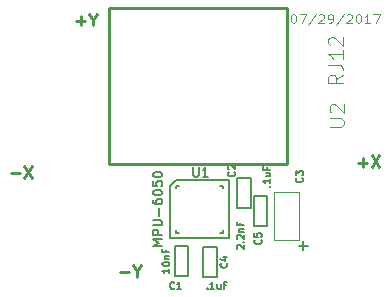
<source format=gto>
G04 #@! TF.FileFunction,Legend,Top*
%FSLAX46Y46*%
G04 Gerber Fmt 4.6, Leading zero omitted, Abs format (unit mm)*
G04 Created by KiCad (PCBNEW 4.0.6-e0-6349~53~ubuntu16.04.1) date Sat Jul 29 16:19:03 2017*
%MOMM*%
%LPD*%
G01*
G04 APERTURE LIST*
%ADD10C,0.150000*%
%ADD11C,0.125000*%
%ADD12C,0.250000*%
%ADD13C,0.254000*%
%ADD14C,0.149860*%
%ADD15C,0.200660*%
%ADD16C,0.127000*%
%ADD17C,0.099060*%
%ADD18C,0.200000*%
G04 APERTURE END LIST*
D10*
D11*
X159957142Y-92516667D02*
X160033333Y-92516667D01*
X160109523Y-92550000D01*
X160147618Y-92583333D01*
X160185714Y-92650000D01*
X160223809Y-92783333D01*
X160223809Y-92950000D01*
X160185714Y-93083333D01*
X160147618Y-93150000D01*
X160109523Y-93183333D01*
X160033333Y-93216667D01*
X159957142Y-93216667D01*
X159880952Y-93183333D01*
X159842856Y-93150000D01*
X159804761Y-93083333D01*
X159766666Y-92950000D01*
X159766666Y-92783333D01*
X159804761Y-92650000D01*
X159842856Y-92583333D01*
X159880952Y-92550000D01*
X159957142Y-92516667D01*
X160490476Y-92516667D02*
X161023809Y-92516667D01*
X160680952Y-93216667D01*
X161900000Y-92483333D02*
X161214285Y-93383333D01*
X162128571Y-92583333D02*
X162166666Y-92550000D01*
X162242857Y-92516667D01*
X162433333Y-92516667D01*
X162509523Y-92550000D01*
X162547619Y-92583333D01*
X162585714Y-92650000D01*
X162585714Y-92716667D01*
X162547619Y-92816667D01*
X162090476Y-93216667D01*
X162585714Y-93216667D01*
X162966666Y-93216667D02*
X163119047Y-93216667D01*
X163195238Y-93183333D01*
X163233333Y-93150000D01*
X163309524Y-93050000D01*
X163347619Y-92916667D01*
X163347619Y-92650000D01*
X163309524Y-92583333D01*
X163271428Y-92550000D01*
X163195238Y-92516667D01*
X163042857Y-92516667D01*
X162966666Y-92550000D01*
X162928571Y-92583333D01*
X162890476Y-92650000D01*
X162890476Y-92816667D01*
X162928571Y-92883333D01*
X162966666Y-92916667D01*
X163042857Y-92950000D01*
X163195238Y-92950000D01*
X163271428Y-92916667D01*
X163309524Y-92883333D01*
X163347619Y-92816667D01*
X164261905Y-92483333D02*
X163576190Y-93383333D01*
X164490476Y-92583333D02*
X164528571Y-92550000D01*
X164604762Y-92516667D01*
X164795238Y-92516667D01*
X164871428Y-92550000D01*
X164909524Y-92583333D01*
X164947619Y-92650000D01*
X164947619Y-92716667D01*
X164909524Y-92816667D01*
X164452381Y-93216667D01*
X164947619Y-93216667D01*
X165442857Y-92516667D02*
X165519048Y-92516667D01*
X165595238Y-92550000D01*
X165633333Y-92583333D01*
X165671429Y-92650000D01*
X165709524Y-92783333D01*
X165709524Y-92950000D01*
X165671429Y-93083333D01*
X165633333Y-93150000D01*
X165595238Y-93183333D01*
X165519048Y-93216667D01*
X165442857Y-93216667D01*
X165366667Y-93183333D01*
X165328571Y-93150000D01*
X165290476Y-93083333D01*
X165252381Y-92950000D01*
X165252381Y-92783333D01*
X165290476Y-92650000D01*
X165328571Y-92583333D01*
X165366667Y-92550000D01*
X165442857Y-92516667D01*
X166471429Y-93216667D02*
X166014286Y-93216667D01*
X166242857Y-93216667D02*
X166242857Y-92516667D01*
X166166667Y-92616667D01*
X166090476Y-92683333D01*
X166014286Y-92716667D01*
X166738096Y-92516667D02*
X167271429Y-92516667D01*
X166928572Y-93216667D01*
D12*
X136042857Y-105971429D02*
X136804762Y-105971429D01*
X137185714Y-105352381D02*
X137852381Y-106352381D01*
X137852381Y-105352381D02*
X137185714Y-106352381D01*
X145290476Y-114371429D02*
X146052381Y-114371429D01*
X146719047Y-114276190D02*
X146719047Y-114752381D01*
X146385714Y-113752381D02*
X146719047Y-114276190D01*
X147052381Y-113752381D01*
X165442857Y-105071429D02*
X166204762Y-105071429D01*
X165823810Y-105452381D02*
X165823810Y-104690476D01*
X166585714Y-104452381D02*
X167252381Y-105452381D01*
X167252381Y-104452381D02*
X166585714Y-105452381D01*
X141590476Y-93071429D02*
X142352381Y-93071429D01*
X141971429Y-93452381D02*
X141971429Y-92690476D01*
X143019047Y-92976190D02*
X143019047Y-93452381D01*
X142685714Y-92452381D02*
X143019047Y-92976190D01*
X143352381Y-92452381D01*
D13*
X159440000Y-91995000D02*
X159440000Y-105205000D01*
X159440000Y-105205000D02*
X144360000Y-105205000D01*
X144360000Y-105205000D02*
X144360000Y-91995000D01*
X144360000Y-91995000D02*
X159440000Y-91995000D01*
D14*
X150008640Y-106510800D02*
X154489200Y-106510800D01*
X149510800Y-107008640D02*
X149510800Y-111489200D01*
X149510800Y-107008640D02*
X150008640Y-106510800D01*
D15*
X150008640Y-107257560D02*
X150008640Y-107008640D01*
X150008640Y-107008640D02*
X150257560Y-107008640D01*
X150257560Y-110991360D02*
X150008640Y-110991360D01*
X150008640Y-110991360D02*
X150008640Y-110742440D01*
X153991360Y-110742440D02*
X153991360Y-110991360D01*
X153991360Y-110991360D02*
X153742440Y-110991360D01*
X153742440Y-107008640D02*
X153991360Y-107008640D01*
X153991360Y-107008640D02*
X153991360Y-107257560D01*
D14*
X154489200Y-111489200D02*
X149510800Y-111489200D01*
X154489200Y-106510800D02*
X154489200Y-111489200D01*
D16*
X151070000Y-112150000D02*
X151070000Y-114650000D01*
X151070000Y-114670000D02*
X149930000Y-114670000D01*
X149930000Y-114650000D02*
X149930000Y-112150000D01*
X149930000Y-112130000D02*
X151070000Y-112130000D01*
X156370000Y-106350000D02*
X156370000Y-108850000D01*
X156370000Y-108870000D02*
X155230000Y-108870000D01*
X155230000Y-108850000D02*
X155230000Y-106350000D01*
X155230000Y-106330000D02*
X156370000Y-106330000D01*
X153470000Y-112250000D02*
X153470000Y-114750000D01*
X153470000Y-114770000D02*
X152330000Y-114770000D01*
X152330000Y-114750000D02*
X152330000Y-112250000D01*
X152330000Y-112230000D02*
X153470000Y-112230000D01*
X156630000Y-110450000D02*
X156630000Y-107950000D01*
X156630000Y-107930000D02*
X157770000Y-107930000D01*
X157770000Y-107950000D02*
X157770000Y-110450000D01*
X157770000Y-110470000D02*
X156630000Y-110470000D01*
D17*
X160457560Y-107600000D02*
X160457560Y-111600000D01*
X160450000Y-111651840D02*
X158350000Y-111651840D01*
X158347040Y-111600000D02*
X158347040Y-107600000D01*
X158350000Y-107553240D02*
X160450000Y-107553240D01*
X163042857Y-102014286D02*
X164014286Y-102014286D01*
X164128571Y-101957143D01*
X164185714Y-101900000D01*
X164242857Y-101785714D01*
X164242857Y-101557143D01*
X164185714Y-101442857D01*
X164128571Y-101385714D01*
X164014286Y-101328571D01*
X163042857Y-101328571D01*
X163157143Y-100814286D02*
X163100000Y-100757143D01*
X163042857Y-100642857D01*
X163042857Y-100357143D01*
X163100000Y-100242857D01*
X163157143Y-100185714D01*
X163271429Y-100128571D01*
X163385714Y-100128571D01*
X163557143Y-100185714D01*
X164242857Y-100871428D01*
X164242857Y-100128571D01*
X164142857Y-97628571D02*
X163571429Y-98028571D01*
X164142857Y-98314286D02*
X162942857Y-98314286D01*
X162942857Y-97857143D01*
X163000000Y-97742857D01*
X163057143Y-97685714D01*
X163171429Y-97628571D01*
X163342857Y-97628571D01*
X163457143Y-97685714D01*
X163514286Y-97742857D01*
X163571429Y-97857143D01*
X163571429Y-98314286D01*
X162942857Y-96771429D02*
X163800000Y-96771429D01*
X163971429Y-96828571D01*
X164085714Y-96942857D01*
X164142857Y-97114286D01*
X164142857Y-97228571D01*
X164142857Y-95571428D02*
X164142857Y-96257143D01*
X164142857Y-95914285D02*
X162942857Y-95914285D01*
X163114286Y-96028571D01*
X163228571Y-96142857D01*
X163285714Y-96257143D01*
X163057143Y-95114286D02*
X163000000Y-95057143D01*
X162942857Y-94942857D01*
X162942857Y-94657143D01*
X163000000Y-94542857D01*
X163057143Y-94485714D01*
X163171429Y-94428571D01*
X163285714Y-94428571D01*
X163457143Y-94485714D01*
X164142857Y-95171428D01*
X164142857Y-94428571D01*
D18*
X151490476Y-105461905D02*
X151490476Y-106109524D01*
X151528571Y-106185714D01*
X151566667Y-106223810D01*
X151642857Y-106261905D01*
X151795238Y-106261905D01*
X151871429Y-106223810D01*
X151909524Y-106185714D01*
X151947619Y-106109524D01*
X151947619Y-105461905D01*
X152747619Y-106261905D02*
X152290476Y-106261905D01*
X152519047Y-106261905D02*
X152519047Y-105461905D01*
X152442857Y-105576190D01*
X152366666Y-105652381D01*
X152290476Y-105690476D01*
X148861905Y-112104762D02*
X148061905Y-112104762D01*
X148633333Y-111838095D01*
X148061905Y-111571428D01*
X148861905Y-111571428D01*
X148861905Y-111190476D02*
X148061905Y-111190476D01*
X148061905Y-110885714D01*
X148100000Y-110809523D01*
X148138095Y-110771428D01*
X148214286Y-110733333D01*
X148328571Y-110733333D01*
X148404762Y-110771428D01*
X148442857Y-110809523D01*
X148480952Y-110885714D01*
X148480952Y-111190476D01*
X148061905Y-110390476D02*
X148709524Y-110390476D01*
X148785714Y-110352381D01*
X148823810Y-110314285D01*
X148861905Y-110238095D01*
X148861905Y-110085714D01*
X148823810Y-110009523D01*
X148785714Y-109971428D01*
X148709524Y-109933333D01*
X148061905Y-109933333D01*
X148557143Y-109552381D02*
X148557143Y-108942857D01*
X148061905Y-108219048D02*
X148061905Y-108371429D01*
X148100000Y-108447619D01*
X148138095Y-108485714D01*
X148252381Y-108561905D01*
X148404762Y-108600000D01*
X148709524Y-108600000D01*
X148785714Y-108561905D01*
X148823810Y-108523810D01*
X148861905Y-108447619D01*
X148861905Y-108295238D01*
X148823810Y-108219048D01*
X148785714Y-108180952D01*
X148709524Y-108142857D01*
X148519048Y-108142857D01*
X148442857Y-108180952D01*
X148404762Y-108219048D01*
X148366667Y-108295238D01*
X148366667Y-108447619D01*
X148404762Y-108523810D01*
X148442857Y-108561905D01*
X148519048Y-108600000D01*
X148061905Y-107647619D02*
X148061905Y-107571428D01*
X148100000Y-107495238D01*
X148138095Y-107457143D01*
X148214286Y-107419047D01*
X148366667Y-107380952D01*
X148557143Y-107380952D01*
X148709524Y-107419047D01*
X148785714Y-107457143D01*
X148823810Y-107495238D01*
X148861905Y-107571428D01*
X148861905Y-107647619D01*
X148823810Y-107723809D01*
X148785714Y-107761905D01*
X148709524Y-107800000D01*
X148557143Y-107838095D01*
X148366667Y-107838095D01*
X148214286Y-107800000D01*
X148138095Y-107761905D01*
X148100000Y-107723809D01*
X148061905Y-107647619D01*
X148061905Y-106657142D02*
X148061905Y-107038095D01*
X148442857Y-107076190D01*
X148404762Y-107038095D01*
X148366667Y-106961904D01*
X148366667Y-106771428D01*
X148404762Y-106695238D01*
X148442857Y-106657142D01*
X148519048Y-106619047D01*
X148709524Y-106619047D01*
X148785714Y-106657142D01*
X148823810Y-106695238D01*
X148861905Y-106771428D01*
X148861905Y-106961904D01*
X148823810Y-107038095D01*
X148785714Y-107076190D01*
X148061905Y-106123809D02*
X148061905Y-106047618D01*
X148100000Y-105971428D01*
X148138095Y-105933333D01*
X148214286Y-105895237D01*
X148366667Y-105857142D01*
X148557143Y-105857142D01*
X148709524Y-105895237D01*
X148785714Y-105933333D01*
X148823810Y-105971428D01*
X148861905Y-106047618D01*
X148861905Y-106123809D01*
X148823810Y-106199999D01*
X148785714Y-106238095D01*
X148709524Y-106276190D01*
X148557143Y-106314285D01*
X148366667Y-106314285D01*
X148214286Y-106276190D01*
X148138095Y-106238095D01*
X148100000Y-106199999D01*
X148061905Y-106123809D01*
D10*
X149900000Y-115714286D02*
X149871429Y-115742857D01*
X149785715Y-115771429D01*
X149728572Y-115771429D01*
X149642857Y-115742857D01*
X149585715Y-115685714D01*
X149557143Y-115628571D01*
X149528572Y-115514286D01*
X149528572Y-115428571D01*
X149557143Y-115314286D01*
X149585715Y-115257143D01*
X149642857Y-115200000D01*
X149728572Y-115171429D01*
X149785715Y-115171429D01*
X149871429Y-115200000D01*
X149900000Y-115228571D01*
X150471429Y-115771429D02*
X150128572Y-115771429D01*
X150300000Y-115771429D02*
X150300000Y-115171429D01*
X150242857Y-115257143D01*
X150185715Y-115314286D01*
X150128572Y-115342857D01*
X149471429Y-114042857D02*
X149471429Y-114385714D01*
X149471429Y-114214286D02*
X148871429Y-114214286D01*
X148957143Y-114271429D01*
X149014286Y-114328571D01*
X149042857Y-114385714D01*
X148871429Y-113671428D02*
X148871429Y-113614285D01*
X148900000Y-113557142D01*
X148928571Y-113528571D01*
X148985714Y-113500000D01*
X149100000Y-113471428D01*
X149242857Y-113471428D01*
X149357143Y-113500000D01*
X149414286Y-113528571D01*
X149442857Y-113557142D01*
X149471429Y-113614285D01*
X149471429Y-113671428D01*
X149442857Y-113728571D01*
X149414286Y-113757142D01*
X149357143Y-113785714D01*
X149242857Y-113814285D01*
X149100000Y-113814285D01*
X148985714Y-113785714D01*
X148928571Y-113757142D01*
X148900000Y-113728571D01*
X148871429Y-113671428D01*
X149071429Y-113214285D02*
X149471429Y-113214285D01*
X149128571Y-113214285D02*
X149100000Y-113185713D01*
X149071429Y-113128571D01*
X149071429Y-113042856D01*
X149100000Y-112985713D01*
X149157143Y-112957142D01*
X149471429Y-112957142D01*
X149157143Y-112471428D02*
X149157143Y-112671428D01*
X149471429Y-112671428D02*
X148871429Y-112671428D01*
X148871429Y-112385714D01*
X154964286Y-105850000D02*
X154992857Y-105878571D01*
X155021429Y-105964285D01*
X155021429Y-106021428D01*
X154992857Y-106107143D01*
X154935714Y-106164285D01*
X154878571Y-106192857D01*
X154764286Y-106221428D01*
X154678571Y-106221428D01*
X154564286Y-106192857D01*
X154507143Y-106164285D01*
X154450000Y-106107143D01*
X154421429Y-106021428D01*
X154421429Y-105964285D01*
X154450000Y-105878571D01*
X154478571Y-105850000D01*
X154478571Y-105621428D02*
X154450000Y-105592857D01*
X154421429Y-105535714D01*
X154421429Y-105392857D01*
X154450000Y-105335714D01*
X154478571Y-105307143D01*
X154535714Y-105278571D01*
X154592857Y-105278571D01*
X154678571Y-105307143D01*
X155021429Y-105650000D01*
X155021429Y-105278571D01*
X155228571Y-112378571D02*
X155200000Y-112350000D01*
X155171429Y-112292857D01*
X155171429Y-112150000D01*
X155200000Y-112092857D01*
X155228571Y-112064286D01*
X155285714Y-112035714D01*
X155342857Y-112035714D01*
X155428571Y-112064286D01*
X155771429Y-112407143D01*
X155771429Y-112035714D01*
X155714286Y-111778571D02*
X155742857Y-111749999D01*
X155771429Y-111778571D01*
X155742857Y-111807142D01*
X155714286Y-111778571D01*
X155771429Y-111778571D01*
X155228571Y-111521428D02*
X155200000Y-111492857D01*
X155171429Y-111435714D01*
X155171429Y-111292857D01*
X155200000Y-111235714D01*
X155228571Y-111207143D01*
X155285714Y-111178571D01*
X155342857Y-111178571D01*
X155428571Y-111207143D01*
X155771429Y-111550000D01*
X155771429Y-111178571D01*
X155371429Y-110921428D02*
X155771429Y-110921428D01*
X155428571Y-110921428D02*
X155400000Y-110892856D01*
X155371429Y-110835714D01*
X155371429Y-110749999D01*
X155400000Y-110692856D01*
X155457143Y-110664285D01*
X155771429Y-110664285D01*
X155457143Y-110178571D02*
X155457143Y-110378571D01*
X155771429Y-110378571D02*
X155171429Y-110378571D01*
X155171429Y-110092857D01*
X154314286Y-113600000D02*
X154342857Y-113628571D01*
X154371429Y-113714285D01*
X154371429Y-113771428D01*
X154342857Y-113857143D01*
X154285714Y-113914285D01*
X154228571Y-113942857D01*
X154114286Y-113971428D01*
X154028571Y-113971428D01*
X153914286Y-113942857D01*
X153857143Y-113914285D01*
X153800000Y-113857143D01*
X153771429Y-113771428D01*
X153771429Y-113714285D01*
X153800000Y-113628571D01*
X153828571Y-113600000D01*
X153971429Y-113085714D02*
X154371429Y-113085714D01*
X153742857Y-113228571D02*
X154171429Y-113371428D01*
X154171429Y-113000000D01*
X152685714Y-115714286D02*
X152714286Y-115742857D01*
X152685714Y-115771429D01*
X152657143Y-115742857D01*
X152685714Y-115714286D01*
X152685714Y-115771429D01*
X153285714Y-115771429D02*
X152942857Y-115771429D01*
X153114285Y-115771429D02*
X153114285Y-115171429D01*
X153057142Y-115257143D01*
X153000000Y-115314286D01*
X152942857Y-115342857D01*
X153800000Y-115371429D02*
X153800000Y-115771429D01*
X153542857Y-115371429D02*
X153542857Y-115685714D01*
X153571429Y-115742857D01*
X153628571Y-115771429D01*
X153714286Y-115771429D01*
X153771429Y-115742857D01*
X153800000Y-115714286D01*
X154285714Y-115457143D02*
X154085714Y-115457143D01*
X154085714Y-115771429D02*
X154085714Y-115171429D01*
X154371428Y-115171429D01*
X157214286Y-111600000D02*
X157242857Y-111628571D01*
X157271429Y-111714285D01*
X157271429Y-111771428D01*
X157242857Y-111857143D01*
X157185714Y-111914285D01*
X157128571Y-111942857D01*
X157014286Y-111971428D01*
X156928571Y-111971428D01*
X156814286Y-111942857D01*
X156757143Y-111914285D01*
X156700000Y-111857143D01*
X156671429Y-111771428D01*
X156671429Y-111714285D01*
X156700000Y-111628571D01*
X156728571Y-111600000D01*
X156671429Y-111057143D02*
X156671429Y-111342857D01*
X156957143Y-111371428D01*
X156928571Y-111342857D01*
X156900000Y-111285714D01*
X156900000Y-111142857D01*
X156928571Y-111085714D01*
X156957143Y-111057143D01*
X157014286Y-111028571D01*
X157157143Y-111028571D01*
X157214286Y-111057143D01*
X157242857Y-111085714D01*
X157271429Y-111142857D01*
X157271429Y-111285714D01*
X157242857Y-111342857D01*
X157214286Y-111371428D01*
X157964286Y-107064286D02*
X157992857Y-107035714D01*
X158021429Y-107064286D01*
X157992857Y-107092857D01*
X157964286Y-107064286D01*
X158021429Y-107064286D01*
X158021429Y-106464286D02*
X158021429Y-106807143D01*
X158021429Y-106635715D02*
X157421429Y-106635715D01*
X157507143Y-106692858D01*
X157564286Y-106750000D01*
X157592857Y-106807143D01*
X157621429Y-105950000D02*
X158021429Y-105950000D01*
X157621429Y-106207143D02*
X157935714Y-106207143D01*
X157992857Y-106178571D01*
X158021429Y-106121429D01*
X158021429Y-106035714D01*
X157992857Y-105978571D01*
X157964286Y-105950000D01*
X157707143Y-105464286D02*
X157707143Y-105664286D01*
X158021429Y-105664286D02*
X157421429Y-105664286D01*
X157421429Y-105378572D01*
X160714286Y-106350000D02*
X160742857Y-106378571D01*
X160771429Y-106464285D01*
X160771429Y-106521428D01*
X160742857Y-106607143D01*
X160685714Y-106664285D01*
X160628571Y-106692857D01*
X160514286Y-106721428D01*
X160428571Y-106721428D01*
X160314286Y-106692857D01*
X160257143Y-106664285D01*
X160200000Y-106607143D01*
X160171429Y-106521428D01*
X160171429Y-106464285D01*
X160200000Y-106378571D01*
X160228571Y-106350000D01*
X160171429Y-106150000D02*
X160171429Y-105778571D01*
X160400000Y-105978571D01*
X160400000Y-105892857D01*
X160428571Y-105835714D01*
X160457143Y-105807143D01*
X160514286Y-105778571D01*
X160657143Y-105778571D01*
X160714286Y-105807143D01*
X160742857Y-105835714D01*
X160771429Y-105892857D01*
X160771429Y-106064285D01*
X160742857Y-106121428D01*
X160714286Y-106150000D01*
X160821429Y-112480952D02*
X160821429Y-111719047D01*
X161202381Y-112099999D02*
X160440476Y-112099999D01*
M02*

</source>
